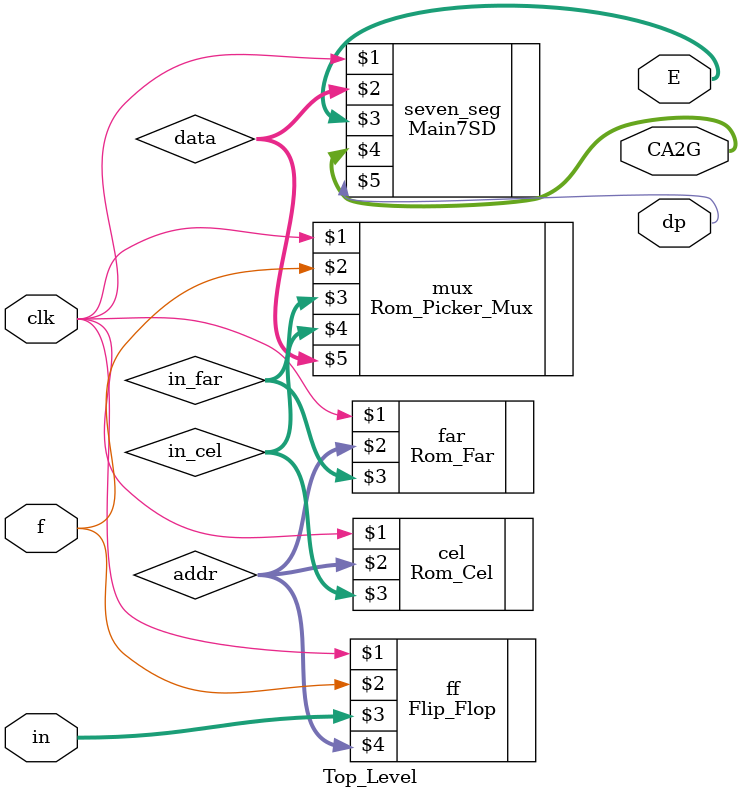
<source format=sv>
`timescale 1ns / 1ps


module Top_Level(
input logic clk, f,
input logic [7:0] in,
output logic [7:0] E,
output logic [6:0] CA2G,
output logic dp
    );
logic [7:0] addr, in_far, in_cel, data;
Flip_Flop ff(clk,f,in,addr);
Rom_Far far(clk,addr,in_far);
Rom_Cel cel(clk,addr,in_cel);
Rom_Picker_Mux mux(clk,f,in_far,in_cel,data);
Main7SD seven_seg(clk,data,E,CA2G,dp);
endmodule

</source>
